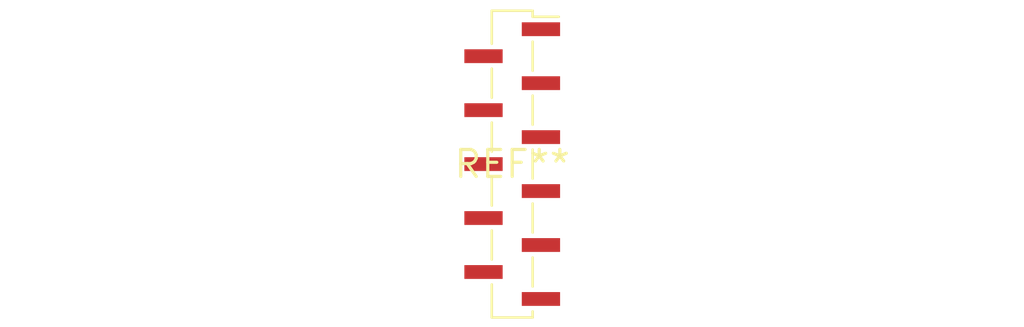
<source format=kicad_pcb>
(kicad_pcb (version 20240108) (generator pcbnew)
  (layers (0 "F.Cu" signal) (31 "B.Cu" signal) (34 "B.Paste" user) (35 "F.Paste" user) (36 "B.SilkS" user "B.Silkscreen") (37 "F.SilkS" user "F.Silkscreen") (38 "B.Mask" user) (39 "F.Mask" user) (44 "Edge.Cuts" user))
  (net 0 "")
  (footprint "PinSocket_1x11_P1.27mm_Vertical_SMD_Pin1Right" (layer "F.Cu") (at 0 0)
    (property "Reference" "REF**")
    (property "Value" "PinSocket_1x11_P1.27mm_Vertical_SMD_Pin1Right")
    (fp_line (start -0.96 -7.22) (end -0.96 -5.665) (layer "F.SilkS") (stroke (width 0.12)))
    (fp_line (start -0.96 -7.22) (end 0.96 -7.22) (layer "F.SilkS") (stroke (width 0.12)))
    (fp_line (start -0.96 -4.495) (end -0.96 -3.125) (layer "F.SilkS") (stroke (width 0.12)))
    (fp_line (start -0.96 -1.955) (end -0.96 -0.585) (layer "F.SilkS") (stroke (width 0.12)))
    (fp_line (start -0.96 0.585) (end -0.96 1.955) (layer "F.SilkS") (stroke (width 0.12)))
    (fp_line (start -0.96 3.125) (end -0.96 4.495) (layer "F.SilkS") (stroke (width 0.12)))
    (fp_line (start -0.96 5.665) (end -0.96 7.22) (layer "F.SilkS") (stroke (width 0.12)))
    (fp_line (start -0.96 7.22) (end 0.96 7.22) (layer "F.SilkS") (stroke (width 0.12)))
    (fp_line (start 0.96 -7.22) (end 0.96 -6.935) (layer "F.SilkS") (stroke (width 0.12)))
    (fp_line (start 0.96 -6.935) (end 2.19 -6.935) (layer "F.SilkS") (stroke (width 0.12)))
    (fp_line (start 0.96 -5.765) (end 0.96 -4.395) (layer "F.SilkS") (stroke (width 0.12)))
    (fp_line (start 0.96 -3.225) (end 0.96 -1.855) (layer "F.SilkS") (stroke (width 0.12)))
    (fp_line (start 0.96 -0.685) (end 0.96 0.685) (layer "F.SilkS") (stroke (width 0.12)))
    (fp_line (start 0.96 1.855) (end 0.96 3.225) (layer "F.SilkS") (stroke (width 0.12)))
    (fp_line (start 0.96 4.395) (end 0.96 5.765) (layer "F.SilkS") (stroke (width 0.12)))
    (fp_line (start 0.96 6.935) (end 0.96 7.22) (layer "F.SilkS") (stroke (width 0.12)))
    (pad "1" smd rect (at 1.35 -6.35) (size 1.8 0.65) (layers "F.Cu" "F.Paste" "F.Mask"))
    (pad "2" smd rect (at -1.35 -5.08) (size 1.8 0.65) (layers "F.Cu" "F.Paste" "F.Mask"))
    (pad "3" smd rect (at 1.35 -3.81) (size 1.8 0.65) (layers "F.Cu" "F.Paste" "F.Mask"))
    (pad "4" smd rect (at -1.35 -2.54) (size 1.8 0.65) (layers "F.Cu" "F.Paste" "F.Mask"))
    (pad "5" smd rect (at 1.35 -1.27) (size 1.8 0.65) (layers "F.Cu" "F.Paste" "F.Mask"))
    (pad "6" smd rect (at -1.35 0) (size 1.8 0.65) (layers "F.Cu" "F.Paste" "F.Mask"))
    (pad "7" smd rect (at 1.35 1.27) (size 1.8 0.65) (layers "F.Cu" "F.Paste" "F.Mask"))
    (pad "8" smd rect (at -1.35 2.54) (size 1.8 0.65) (layers "F.Cu" "F.Paste" "F.Mask"))
    (pad "9" smd rect (at 1.35 3.81) (size 1.8 0.65) (layers "F.Cu" "F.Paste" "F.Mask"))
    (pad "10" smd rect (at -1.35 5.08) (size 1.8 0.65) (layers "F.Cu" "F.Paste" "F.Mask"))
    (pad "11" smd rect (at 1.35 6.35) (size 1.8 0.65) (layers "F.Cu" "F.Paste" "F.Mask"))
  )
)
</source>
